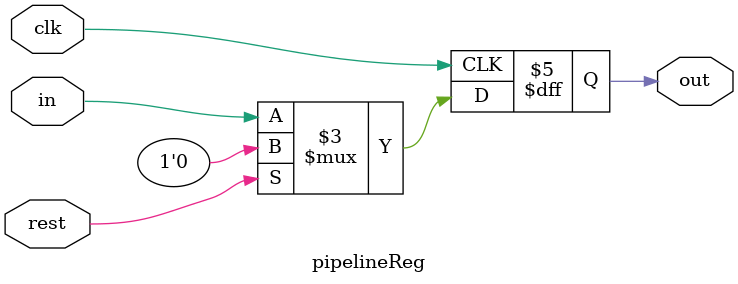
<source format=sv>
`timescale 1ns / 1ps


module pipelineReg # (parameter N = 1) (
     input clk,
    input rest,
    input logic [N-1:0] in,
    output logic [N-1:0] out 
    );
    
    
    
    always_ff @(posedge clk)
        if(rest) out = 0;
        else out =  in;
         
   
endmodule

</source>
